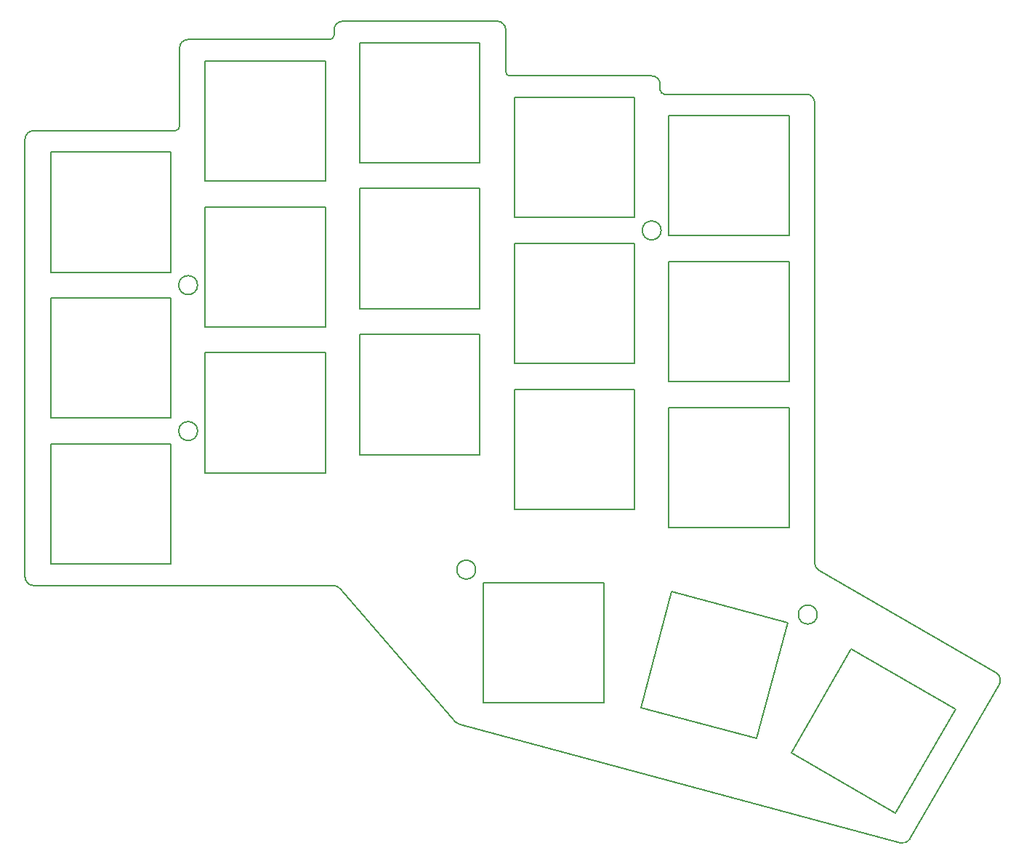
<source format=gbr>
%TF.GenerationSoftware,KiCad,Pcbnew,8.0.1*%
%TF.CreationDate,2025-01-01T02:00:10+09:00*%
%TF.ProjectId,frontplate,66726f6e-7470-46c6-9174-652e6b696361,0.2*%
%TF.SameCoordinates,Original*%
%TF.FileFunction,Profile,NP*%
%FSLAX46Y46*%
G04 Gerber Fmt 4.6, Leading zero omitted, Abs format (unit mm)*
G04 Created by KiCad (PCBNEW 8.0.1) date 2025-01-01 02:00:10*
%MOMM*%
%LPD*%
G01*
G04 APERTURE LIST*
%TA.AperFunction,Profile*%
%ADD10C,0.150000*%
%TD*%
G04 APERTURE END LIST*
D10*
X125000000Y-48375000D02*
X111000000Y-48375000D01*
X193124811Y-139010244D02*
X203500000Y-121039889D01*
X147000000Y-100625000D02*
X161000000Y-100625000D01*
X165000000Y-71750000D02*
X165000000Y-85750000D01*
X129000000Y-60250000D02*
X143000000Y-60250000D01*
X182286589Y-112888004D02*
G75*
G02*
X180086589Y-112888004I-1100000J0D01*
G01*
X180086589Y-112888004D02*
G75*
G02*
X182286589Y-112888004I1100000J0D01*
G01*
X125500000Y-45875000D02*
X109000000Y-45875000D01*
X140695574Y-125729199D02*
G75*
G02*
X140199383Y-125418940I258926J965999D01*
G01*
X111000000Y-96375000D02*
X125000000Y-96375000D01*
X125000000Y-79375000D02*
X125000000Y-65375000D01*
X161720080Y-123718749D02*
X175243042Y-127342216D01*
X110100000Y-74500000D02*
G75*
G02*
X107900000Y-74500000I-1100000J0D01*
G01*
X107900000Y-74500000D02*
G75*
G02*
X110100000Y-74500000I1100000J0D01*
G01*
X125000000Y-62375000D02*
X125000000Y-48375000D01*
X175243042Y-127342216D02*
X178866508Y-113819254D01*
X143400000Y-109150000D02*
X143400000Y-123150000D01*
X145000000Y-43750000D02*
X127000000Y-43750000D01*
X107500000Y-56500000D02*
X91000000Y-56500000D01*
X140199360Y-125418960D02*
X126674009Y-109844313D01*
X147000000Y-52625000D02*
X147000000Y-66625000D01*
X161000000Y-69625000D02*
X147000000Y-69625000D01*
X191999967Y-139476169D02*
X140695574Y-125729199D01*
X129000000Y-80250000D02*
X129000000Y-94250000D01*
X111000000Y-82375000D02*
X111000000Y-96375000D01*
X165343547Y-110195788D02*
X161720080Y-123718749D01*
X93000000Y-93000000D02*
X93000000Y-107000000D01*
X91000000Y-109500000D02*
G75*
G02*
X90000000Y-108500000I0J1000000D01*
G01*
X191393071Y-136009705D02*
X198393071Y-123885349D01*
X179000000Y-71750000D02*
X165000000Y-71750000D01*
X111000000Y-65375000D02*
X111000000Y-79375000D01*
X157400000Y-123150000D02*
X157400000Y-109150000D01*
X146000000Y-49625000D02*
X146000000Y-44750000D01*
X111000000Y-79375000D02*
X125000000Y-79375000D01*
X125918976Y-109500000D02*
G75*
G02*
X126673997Y-109844324I24J-999900D01*
G01*
X108000000Y-46875000D02*
G75*
G02*
X109000000Y-45875000I1000000J0D01*
G01*
X111000000Y-62375000D02*
X125000000Y-62375000D01*
X107000000Y-73000000D02*
X107000000Y-59000000D01*
X93000000Y-76000000D02*
X93000000Y-90000000D01*
X111000000Y-48375000D02*
X111000000Y-62375000D01*
X179000000Y-85750000D02*
X179000000Y-71750000D01*
X164500000Y-52250000D02*
G75*
G02*
X164000000Y-51750000I0J500000D01*
G01*
X143400000Y-123150000D02*
X157400000Y-123150000D01*
X178866508Y-113819254D02*
X165343547Y-110195788D01*
X181000000Y-52250000D02*
G75*
G02*
X182000000Y-53250000I0J-1000000D01*
G01*
X110100000Y-91500000D02*
G75*
G02*
X107900000Y-91500000I-1100000J0D01*
G01*
X107900000Y-91500000D02*
G75*
G02*
X110100000Y-91500000I1100000J0D01*
G01*
X163000000Y-50125000D02*
G75*
G02*
X164000000Y-51125000I0J-1000000D01*
G01*
X165000000Y-68750000D02*
X179000000Y-68750000D01*
X198393071Y-123885349D02*
X186268716Y-116885349D01*
X126000000Y-44750000D02*
G75*
G02*
X127000000Y-43750000I1000000J0D01*
G01*
X182500000Y-107760833D02*
X203133975Y-119673864D01*
X147000000Y-66625000D02*
X161000000Y-66625000D01*
X143000000Y-60250000D02*
X143000000Y-46250000D01*
X143000000Y-80250000D02*
X129000000Y-80250000D01*
X129000000Y-94250000D02*
X143000000Y-94250000D01*
X179268716Y-129009705D02*
X191393071Y-136009705D01*
X143000000Y-46250000D02*
X129000000Y-46250000D01*
X107000000Y-93000000D02*
X93000000Y-93000000D01*
X126000000Y-45375000D02*
G75*
G02*
X125500000Y-45875000I-500000J0D01*
G01*
X203133975Y-119673865D02*
G75*
G02*
X203500020Y-121039901I-499975J-866035D01*
G01*
X107000000Y-107000000D02*
X107000000Y-93000000D01*
X193124811Y-139010244D02*
G75*
G02*
X191999959Y-139476198I-866111J500144D01*
G01*
X129000000Y-46250000D02*
X129000000Y-60250000D01*
X161000000Y-52625000D02*
X147000000Y-52625000D01*
X107000000Y-90000000D02*
X107000000Y-76000000D01*
X90000000Y-57500000D02*
G75*
G02*
X91000000Y-56500000I1000000J0D01*
G01*
X165000000Y-85750000D02*
X179000000Y-85750000D01*
X147000000Y-83625000D02*
X161000000Y-83625000D01*
X161000000Y-86625000D02*
X147000000Y-86625000D01*
X107000000Y-76000000D02*
X93000000Y-76000000D01*
X143000000Y-77250000D02*
X143000000Y-63250000D01*
X145000000Y-43750000D02*
G75*
G02*
X146000000Y-44750000I0J-1000000D01*
G01*
X179000000Y-68750000D02*
X179000000Y-54750000D01*
X143000000Y-63250000D02*
X129000000Y-63250000D01*
X163000000Y-50125000D02*
X146500000Y-50125000D01*
X108000000Y-46875000D02*
X108000000Y-56000000D01*
X143000000Y-94250000D02*
X143000000Y-80250000D01*
X91000000Y-109500000D02*
X125918976Y-109500000D01*
X186268716Y-116885349D02*
X179268716Y-129009705D01*
X179000000Y-102750000D02*
X179000000Y-88750000D01*
X93000000Y-59000000D02*
X93000000Y-73000000D01*
X179000000Y-54750000D02*
X165000000Y-54750000D01*
X93000000Y-90000000D02*
X107000000Y-90000000D01*
X147000000Y-69625000D02*
X147000000Y-83625000D01*
X146500000Y-50125000D02*
G75*
G02*
X146000000Y-49625000I0J500000D01*
G01*
X90000000Y-108500000D02*
X90000000Y-57500000D01*
X125000000Y-65375000D02*
X111000000Y-65375000D01*
X182500000Y-107760832D02*
G75*
G02*
X181999994Y-106894808I500000J866032D01*
G01*
X157400000Y-109150000D02*
X143400000Y-109150000D01*
X142500000Y-107650000D02*
G75*
G02*
X140300000Y-107650000I-1100000J0D01*
G01*
X140300000Y-107650000D02*
G75*
G02*
X142500000Y-107650000I1100000J0D01*
G01*
X182000000Y-106894808D02*
X182000000Y-53250000D01*
X164100000Y-68125000D02*
G75*
G02*
X161900000Y-68125000I-1100000J0D01*
G01*
X161900000Y-68125000D02*
G75*
G02*
X164100000Y-68125000I1100000J0D01*
G01*
X165000000Y-102750000D02*
X179000000Y-102750000D01*
X107000000Y-59000000D02*
X93000000Y-59000000D01*
X108000000Y-56000000D02*
G75*
G02*
X107500000Y-56500000I-500000J0D01*
G01*
X161000000Y-100625000D02*
X161000000Y-86625000D01*
X125000000Y-96375000D02*
X125000000Y-82375000D01*
X161000000Y-66625000D02*
X161000000Y-52625000D01*
X147000000Y-86625000D02*
X147000000Y-100625000D01*
X129000000Y-77250000D02*
X143000000Y-77250000D01*
X165000000Y-88750000D02*
X165000000Y-102750000D01*
X164000000Y-51750000D02*
X164000000Y-51125000D01*
X126000000Y-44750000D02*
X126000000Y-45375000D01*
X161000000Y-83625000D02*
X161000000Y-69625000D01*
X93000000Y-107000000D02*
X107000000Y-107000000D01*
X129000000Y-63250000D02*
X129000000Y-77250000D01*
X181000000Y-52250000D02*
X164500000Y-52250000D01*
X93000000Y-73000000D02*
X107000000Y-73000000D01*
X165000000Y-54750000D02*
X165000000Y-68750000D01*
X125000000Y-82375000D02*
X111000000Y-82375000D01*
X179000000Y-88750000D02*
X165000000Y-88750000D01*
M02*

</source>
